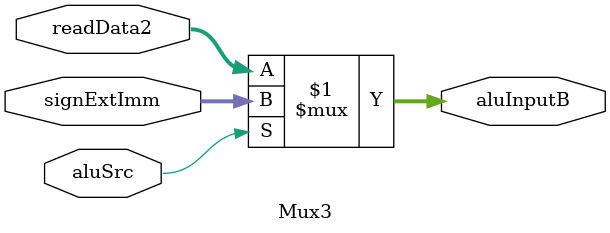
<source format=v>
`timescale 1ns/1ns
module Mux3(
    input [31:0] readData2,    // Entrada 0 (Del banco de registros)
    input [31:0] signExtImm,   // Entrada 1 (Del Sign Extend)
    input aluSrc,              // Selector
    output [31:0] aluInputB    // Salida hacia puerto B de la ALU
);
    assign aluInputB = (aluSrc) ? signExtImm : readData2;

endmodule

</source>
